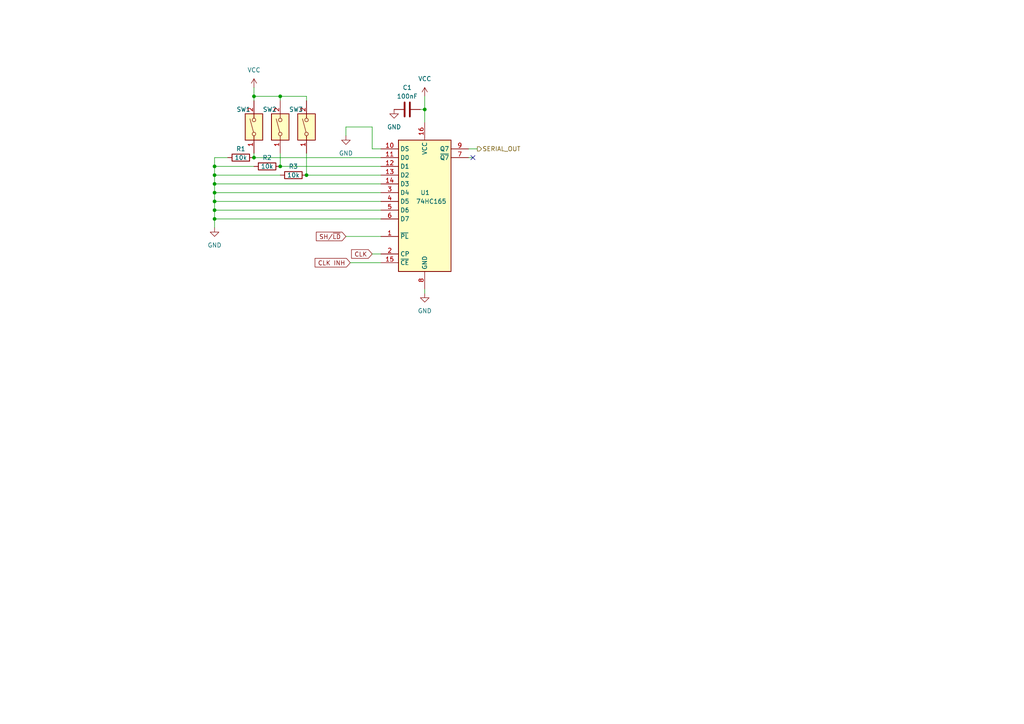
<source format=kicad_sch>
(kicad_sch (version 20230121) (generator eeschema)
  (paper "A4")
  (lib_symbols
    (symbol "74xx:74HC165"
      (property "Reference" "U" (at -7.62 19.05 0))
      (property "Value" "74HC165" (at -7.62 -21.59 0))
      (symbol "74HC165_1_0"
        (pin input line (at -12.7 -10.16 0) (length 5.08) (name "~{PL}") (number "1"))
        (pin input line (at -12.7 15.24 0) (length 5.08) (name "DS") (number "10"))
        (pin input line (at -12.7 12.7 0) (length 5.08) (name "D0") (number "11"))
        (pin input line (at -12.7 10.16 0) (length 5.08) (name "D1") (number "12"))
        (pin input line (at -12.7 7.62 0) (length 5.08) (name "D2") (number "13"))
        (pin input line (at -12.7 5.08 0) (length 5.08) (name "D3") (number "14"))
        (pin input line (at -12.7 -17.78 0) (length 5.08) (name "~{CE}") (number "15"))
        (pin power_in line (at 0 22.86 270) (length 5.08) (name "VCC") (number "16"))
        (pin input line (at -12.7 -15.24 0) (length 5.08) (name "CP") (number "2"))
        (pin input line (at -12.7 2.54 0) (length 5.08) (name "D4") (number "3"))
        (pin input line (at -12.7 0 0) (length 5.08) (name "D5") (number "4"))
        (pin input line (at -12.7 -2.54 0) (length 5.08) (name "D6") (number "5"))
        (pin input line (at -12.7 -5.08 0) (length 5.08) (name "D7") (number "6"))
        (pin output line (at 12.7 12.7 180) (length 5.08) (name "~{Q7}") (number "7"))
        (pin power_in line (at 0 -25.4 90) (length 5.08) (name "GND") (number "8"))
        (pin output line (at 12.7 15.24 180) (length 5.08) (name "Q7") (number "9"))
      )
      (symbol "74HC165_1_1"
        (rectangle (start -7.62 17.78) (end 7.62 -20.32) (stroke (width 0.254)) (fill (type background)))
      )
    )
    (symbol "Device:C" (pin_numbers hide) (pin_names (offset 0.254))
      (property "Reference" "C" (at 0.635 2.54 0))
      (property "Value" "C" (at 0.635 -2.54 0))
      (symbol "C_0_1"
        (polyline (pts (xy -2.032 -0.762) (xy 2.032 -0.762)) (stroke (width 0.508)))
        (polyline (pts (xy -2.032 0.762) (xy 2.032 0.762)) (stroke (width 0.508)))
      )
      (symbol "C_1_1"
        (pin passive line (at 0 3.81 270) (length 2.794) (name "~") (number "1"))
        (pin passive line (at 0 -3.81 90) (length 2.794) (name "~") (number "2"))
      )
    )
    (symbol "Device:R" (pin_numbers hide) (pin_names (offset 0))
      (property "Reference" "R" (at 2.032 0 90))
      (property "Value" "R" (at 0 0 90))
      (symbol "R_0_1"
        (rectangle (start -1.016 -2.54) (end 1.016 2.54) (stroke (width 0.254)))
      )
      (symbol "R_1_1"
        (pin passive line (at 0 3.81 270) (length 1.27) (name "~") (number "1"))
        (pin passive line (at 0 -3.81 90) (length 1.27) (name "~") (number "2"))
      )
    )
    (symbol "Switch:SW_DIP_x01" (pin_names (offset 0) hide)
      (property "Reference" "SW" (at 0 3.81 0))
      (property "Value" "SW_DIP_x01" (at 0 -3.81 0))
      (symbol "SW_DIP_x01_0_0"
        (circle (center -2.032 0) (radius 0.508))
        (polyline (pts (xy -1.524 0.127) (xy 2.3622 1.1684)))
        (circle (center 2.032 0) (radius 0.508))
      )
      (symbol "SW_DIP_x01_0_1"
        (rectangle (start -3.81 2.54) (end 3.81 -2.54) (stroke (width 0.254)) (fill (type background)))
      )
      (symbol "SW_DIP_x01_1_1"
        (pin passive line (at -7.62 0 0) (length 5.08) (name "~") (number "1"))
        (pin passive line (at 7.62 0 180) (length 5.08) (name "~") (number "2"))
      )
    )
    (symbol "power:GND" (power) (pin_names (offset 0))
      (property "Value" "GND" (at 0 -3.81 0))
      (symbol "GND_0_1"
        (polyline (pts (xy 0 0) (xy 0 -1.27) (xy 1.27 -1.27) (xy 0 -2.54) (xy -1.27 -1.27) (xy 0 -1.27)))
      )
      (symbol "GND_1_1"
        (pin power_in line (at 0 0 270) (length 0) hide (name "GND") (number "1"))
      )
    )
    (symbol "power:VCC" (power) (pin_names (offset 0))
      (property "Value" "VCC" (at 0 3.81 0))
      (symbol "VCC_0_1"
        (polyline (pts (xy -0.762 1.27) (xy 0 2.54)))
        (polyline (pts (xy 0 0) (xy 0 2.54)))
        (polyline (pts (xy 0 2.54) (xy 0.762 1.27)))
      )
      (symbol "VCC_1_1"
        (pin power_in line (at 0 0 90) (length 0) hide (name "VCC") (number "1"))
      )
    )
  )
  (junction (at 62.23 55.88))
  (junction (at 62.23 58.42))
  (junction (at 88.9 50.8))
  (junction (at 62.23 53.34))
  (junction (at 62.23 50.8))
  (junction (at 123.19 31.75))
  (junction (at 73.66 27.94))
  (junction (at 62.23 63.5))
  (junction (at 73.66 45.72))
  (junction (at 62.23 48.26))
  (junction (at 81.28 48.26))
  (junction (at 62.23 60.96))
  (junction (at 81.28 27.94))
  (no_connect (at 137.16 45.72))
  (wire (pts (xy 62.23 55.88) (xy 62.23 58.42)))
  (wire (pts (xy 62.23 55.88) (xy 110.49 55.88)))
  (wire (pts (xy 62.23 53.34) (xy 62.23 55.88)))
  (wire (pts (xy 62.23 58.42) (xy 110.49 58.42)))
  (wire (pts (xy 137.16 45.72) (xy 135.89 45.72)))
  (wire (pts (xy 81.28 48.26) (xy 110.49 48.26)))
  (wire (pts (xy 135.89 43.18) (xy 138.43 43.18)))
  (wire (pts (xy 100.33 36.83) (xy 107.95 36.83)))
  (wire (pts (xy 107.95 43.18) (xy 110.49 43.18)))
  (wire (pts (xy 81.28 27.94) (xy 88.9 27.94)))
  (wire (pts (xy 88.9 50.8) (xy 110.49 50.8)))
  (wire (pts (xy 88.9 27.94) (xy 88.9 29.21)))
  (wire (pts (xy 73.66 25.4) (xy 73.66 27.94)))
  (wire (pts (xy 81.28 44.45) (xy 81.28 48.26)))
  (wire (pts (xy 62.23 63.5) (xy 62.23 66.04)))
  (wire (pts (xy 107.95 36.83) (xy 107.95 43.18)))
  (wire (pts (xy 62.23 50.8) (xy 62.23 53.34)))
  (wire (pts (xy 62.23 45.72) (xy 66.04 45.72)))
  (wire (pts (xy 62.23 45.72) (xy 62.23 48.26)))
  (wire (pts (xy 121.92 31.75) (xy 123.19 31.75)))
  (wire (pts (xy 73.66 27.94) (xy 81.28 27.94)))
  (wire (pts (xy 62.23 50.8) (xy 81.28 50.8)))
  (wire (pts (xy 62.23 58.42) (xy 62.23 60.96)))
  (wire (pts (xy 62.23 60.96) (xy 110.49 60.96)))
  (wire (pts (xy 62.23 48.26) (xy 73.66 48.26)))
  (wire (pts (xy 62.23 53.34) (xy 110.49 53.34)))
  (wire (pts (xy 62.23 60.96) (xy 62.23 63.5)))
  (wire (pts (xy 100.33 68.58) (xy 110.49 68.58)))
  (wire (pts (xy 73.66 45.72) (xy 110.49 45.72)))
  (wire (pts (xy 88.9 44.45) (xy 88.9 50.8)))
  (wire (pts (xy 62.23 48.26) (xy 62.23 50.8)))
  (wire (pts (xy 73.66 27.94) (xy 73.66 29.21)))
  (wire (pts (xy 81.28 27.94) (xy 81.28 29.21)))
  (wire (pts (xy 100.33 39.37) (xy 100.33 36.83)))
  (wire (pts (xy 101.6 76.2) (xy 110.49 76.2)))
  (wire (pts (xy 123.19 85.09) (xy 123.19 83.82)))
  (wire (pts (xy 123.19 31.75) (xy 123.19 35.56)))
  (wire (pts (xy 73.66 44.45) (xy 73.66 45.72)))
  (wire (pts (xy 62.23 63.5) (xy 110.49 63.5)))
  (wire (pts (xy 123.19 27.94) (xy 123.19 31.75)))
  (wire (pts (xy 110.49 73.66) (xy 107.95 73.66)))
  (global_label "CLK" (shape input) (at 107.95 73.66 180) (property "Intersheetrefs" "${INTERSHEET_REFS}" (effects hide)))
  (global_label "CLK INH" (shape input) (at 101.6 76.2 180) (property "Intersheetrefs" "${INTERSHEET_REFS}" (effects hide)))
  (global_label "SH{slash}~{LD}" (shape input) (at 100.33 68.58 180) (property "Intersheetrefs" "${INTERSHEET_REFS}" (effects hide)))
  (hierarchical_label "SERIAL_OUT" (shape output) (at 138.43 43.18 0))
  (symbol (lib_id "Device:C") (at 118.11 31.75 270) (unit 1)
    (property "Reference" "C1" (at 118.11 25.4 90))
    (property "Value" "100nF" (at 118.11 27.94 90))
    (property "Footprint" "Capacitor_THT:C_Rect_L7.0mm_W2.5mm_P5.00mm" (effects hide))
    (instances (project "ek_right_hand_35_buttons" (path "" (reference "C1") (unit 1)) (path "" (reference "C1") (unit 1)) (path "" (reference "C2") (unit 1)) (path "" (reference "C3") (unit 1)) (path "" (reference "C4") (unit 1)) (path "" (reference "C5") (unit 1))))
  )
  (symbol (lib_id "power:VCC") (at 73.66 25.4 0) (unit 1)
    (property "Reference" "#PWR05" (effects hide))
    (property "Value" "VCC" (at 73.66 20.32 0))
    (instances (project "ek_right_hand_35_buttons" (path "" (reference "#PWR05") (unit 1)) (path "" (reference "#PWR05") (unit 1)) (path "" (reference "#PWR011") (unit 1)) (path "" (reference "#PWR016") (unit 1)) (path "" (reference "#PWR021") (unit 1)) (path "" (reference "#PWR025") (unit 1))))
  )
  (symbol (lib_id "power:GND") (at 123.19 85.09 0) (unit 1)
    (property "Reference" "#PWR01" (effects hide))
    (property "Value" "GND" (at 123.19 90.17 0))
    (instances (project "ek_right_hand_35_buttons" (path "" (reference "#PWR01") (unit 1)) (path "" (reference "#PWR01") (unit 1)) (path "" (reference "#PWR014") (unit 1)) (path "" (reference "#PWR019") (unit 1)) (path "" (reference "#PWR024") (unit 1)) (path "" (reference "#PWR030") (unit 1))))
  )
  (symbol (lib_id "power:VCC") (at 123.19 27.94 0) (unit 1)
    (property "Reference" "#PWR02" (effects hide))
    (property "Value" "VCC" (at 123.19 22.86 0))
    (instances (project "ek_right_hand_35_buttons" (path "" (reference "#PWR02") (unit 1)) (path "" (reference "#PWR02") (unit 1)) (path "" (reference "#PWR013") (unit 1)) (path "" (reference "#PWR018") (unit 1)) (path "" (reference "#PWR023") (unit 1)) (path "" (reference "#PWR026") (unit 1))))
  )
  (symbol (lib_id "Switch:SW_DIP_x01") (at 73.66 36.83 90) (unit 1)
    (property "Reference" "SW1" (at 68.58 31.75 90) (effects (justify right)))
    (property "Footprint" "Button_Switch_Keyboard:SW_Cherry_MX_1.00u_PCB" (effects hide))
    (instances (project "ek_right_hand_35_buttons" (path "" (reference "SW1") (unit 1)) (path "" (reference "SW1") (unit 1)) (path "" (reference "SW9") (unit 1)) (path "" (reference "SW17") (unit 1)) (path "" (reference "SW25") (unit 1)) (path "" (reference "SW33") (unit 1))))
  )
  (symbol (lib_id "power:GND") (at 114.3 31.75 0) (unit 1)
    (property "Reference" "#PWR03" (effects hide))
    (property "Value" "GND" (at 114.3 36.83 0))
    (instances (project "ek_right_hand_35_buttons" (path "" (reference "#PWR03") (unit 1)) (path "" (reference "#PWR03") (unit 1)) (path "" (reference "#PWR012") (unit 1)) (path "" (reference "#PWR017") (unit 1)) (path "" (reference "#PWR022") (unit 1)) (path "" (reference "#PWR027") (unit 1))))
  )
  (symbol (lib_id "Switch:SW_DIP_x01") (at 81.28 36.83 90) (unit 1)
    (property "Reference" "SW2" (at 76.2 31.75 90) (effects (justify right)))
    (property "Footprint" "Button_Switch_Keyboard:SW_Cherry_MX_1.00u_PCB" (effects hide))
    (instances (project "ek_right_hand_35_buttons" (path "" (reference "SW2") (unit 1)) (path "" (reference "SW2") (unit 1)) (path "" (reference "SW10") (unit 1)) (path "" (reference "SW18") (unit 1)) (path "" (reference "SW26") (unit 1)) (path "" (reference "SW34") (unit 1))))
  )
  (symbol (lib_id "Device:R") (at 85.09 50.8 90) (unit 1)
    (property "Reference" "R3" (at 85.09 48.26 90))
    (property "Value" "10k" (at 85.09 50.8 90))
    (property "Footprint" "Resistor_THT:R_Axial_DIN0207_L6.3mm_D2.5mm_P10.16mm_Horizontal" (effects hide))
    (instances (project "ek_right_hand_35_buttons" (path "" (reference "R3") (unit 1)) (path "" (reference "R3") (unit 1)) (path "" (reference "R11") (unit 1)) (path "" (reference "R19") (unit 1)) (path "" (reference "R27") (unit 1)) (path "" (reference "R35") (unit 1))))
  )
  (symbol (lib_id "Device:R") (at 69.85 45.72 90) (unit 1)
    (property "Reference" "R1" (at 69.85 43.18 90))
    (property "Value" "10k" (at 69.85 45.72 90))
    (property "Footprint" "Resistor_THT:R_Axial_DIN0207_L6.3mm_D2.5mm_P10.16mm_Horizontal" (effects hide))
    (instances (project "ek_right_hand_35_buttons" (path "" (reference "R1") (unit 1)) (path "" (reference "R1") (unit 1)) (path "" (reference "R9") (unit 1)) (path "" (reference "R17") (unit 1)) (path "" (reference "R25") (unit 1)) (path "" (reference "R33") (unit 1))))
  )
  (symbol (lib_id "Device:R") (at 77.47 48.26 90) (unit 1)
    (property "Reference" "R2" (at 77.47 45.72 90))
    (property "Value" "10k" (at 77.47 48.26 90))
    (property "Footprint" "Resistor_THT:R_Axial_DIN0207_L6.3mm_D2.5mm_P10.16mm_Horizontal" (effects hide))
    (instances (project "ek_right_hand_35_buttons" (path "" (reference "R2") (unit 1)) (path "" (reference "R2") (unit 1)) (path "" (reference "R10") (unit 1)) (path "" (reference "R18") (unit 1)) (path "" (reference "R26") (unit 1)) (path "" (reference "R34") (unit 1))))
  )
  (symbol (lib_id "power:GND") (at 100.33 39.37 0) (unit 1)
    (property "Reference" "#PWR028" (effects hide))
    (property "Value" "GND" (at 100.33 44.45 0))
  )
  (symbol (lib_id "74xx:74HC165") (at 123.19 58.42 0) (unit 1)
    (property "Reference" "U1" (at 121.92 55.88 0) (effects (justify left)))
    (property "Value" "74HC165" (at 120.65 58.42 0) (effects (justify left)))
    (property "Footprint" "Package_DIP:DIP-16_W7.62mm" (effects hide))
    (property "Datasheet" "https://assets.nexperia.com/documents/data-sheet/74HC_HCT165.pdf" (effects hide))
    (instances (project "ek_right_hand_35_buttons" (path "" (reference "U1") (unit 1)) (path "" (reference "U1") (unit 1)) (path "" (reference "U2") (unit 1)) (path "" (reference "U3") (unit 1)) (path "" (reference "U4") (unit 1)) (path "" (reference "U5") (unit 1))))
  )
  (symbol (lib_id "Switch:SW_DIP_x01") (at 88.9 36.83 90) (unit 1)
    (property "Reference" "SW3" (at 83.82 31.75 90) (effects (justify right)))
    (property "Footprint" "Button_Switch_Keyboard:SW_Cherry_MX_1.00u_PCB" (effects hide))
    (instances (project "ek_right_hand_35_buttons" (path "" (reference "SW3") (unit 1)) (path "" (reference "SW3") (unit 1)) (path "" (reference "SW11") (unit 1)) (path "" (reference "SW19") (unit 1)) (path "" (reference "SW27") (unit 1)) (path "" (reference "SW35") (unit 1))))
  )
  (symbol (lib_id "power:GND") (at 62.23 66.04 0) (unit 1)
    (property "Reference" "#PWR04" (effects hide))
    (property "Value" "GND" (at 62.23 71.12 0))
    (instances (project "ek_right_hand_35_buttons" (path "" (reference "#PWR04") (unit 1)) (path "" (reference "#PWR04") (unit 1)) (path "" (reference "#PWR010") (unit 1)) (path "" (reference "#PWR015") (unit 1)) (path "" (reference "#PWR020") (unit 1)) (path "" (reference "#PWR029") (unit 1))))
  )
)
</source>
